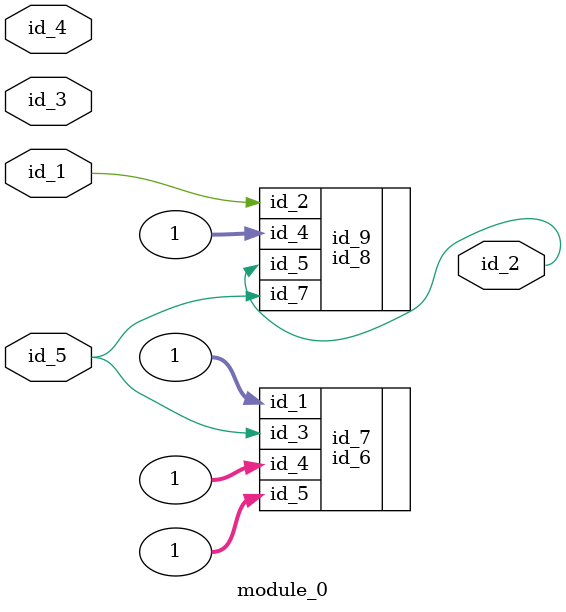
<source format=v>
module module_0 (
    id_1,
    id_2,
    id_3,
    id_4,
    id_5
);
  input id_5;
  input id_4;
  input id_3;
  output id_2;
  input id_1;
  id_6 id_7 (
      .id_5(id_2),
      .id_3(id_5),
      .id_4(id_5),
      .id_4(1),
      .id_5(1),
      .id_1(1)
  );
  id_8 id_9 (
      .id_4(1),
      .id_7(id_5),
      .id_5(id_4),
      .id_2(id_5),
      .id_5(id_2),
      .id_2(id_1)
  );
endmodule

</source>
